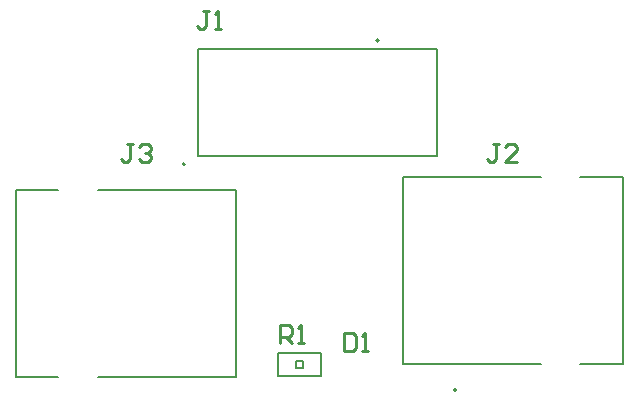
<source format=gto>
G04*
G04 #@! TF.GenerationSoftware,Altium Limited,Altium Designer,20.0.13 (296)*
G04*
G04 Layer_Color=65535*
%FSLAX44Y44*%
%MOMM*%
G71*
G01*
G75*
%ADD10C,0.2000*%
%ADD11C,0.1270*%
%ADD12C,0.1500*%
%ADD13C,0.2540*%
D10*
X119750Y197850D02*
G03*
X119750Y197850I-1000J0D01*
G01*
X349500Y6734D02*
G03*
X349500Y6734I-1000J0D01*
G01*
X283900Y302700D02*
G03*
X283900Y302700I-1000J0D01*
G01*
D11*
X45950Y175750D02*
X162750D01*
Y17750D02*
Y175750D01*
X45950Y17750D02*
X162750D01*
X-23250D02*
Y175750D01*
X12550D01*
X-23250Y17750D02*
X12550D01*
X304500Y28834D02*
X421300D01*
X304500D02*
Y186834D01*
X421300D01*
X490500Y28834D02*
Y186834D01*
X454700Y28834D02*
X490500D01*
X454700Y186834D02*
X490500D01*
X130600Y204700D02*
X333600D01*
Y295700D01*
X130600D02*
X333600D01*
X130600Y204700D02*
Y295700D01*
D12*
X198750Y18250D02*
X234750D01*
X198750D02*
Y38250D01*
X234750Y18250D02*
Y38250D01*
X198750D02*
X234750D01*
X214000Y31000D02*
X219500D01*
X214000Y25250D02*
Y31000D01*
Y25250D02*
X219500D01*
Y31000D01*
D13*
X76211Y215368D02*
X71132D01*
X73672D01*
Y202672D01*
X71132Y200133D01*
X68593D01*
X66054Y202672D01*
X81289Y212828D02*
X83828Y215368D01*
X88907D01*
X91446Y212828D01*
Y210289D01*
X88907Y207750D01*
X86368D01*
X88907D01*
X91446Y205211D01*
Y202672D01*
X88907Y200133D01*
X83828D01*
X81289Y202672D01*
X385461Y215368D02*
X380382D01*
X382922D01*
Y202672D01*
X380382Y200133D01*
X377843D01*
X375304Y202672D01*
X400696Y200133D02*
X390539D01*
X400696Y210289D01*
Y212828D01*
X398157Y215368D01*
X393078D01*
X390539Y212828D01*
X140525Y327493D02*
X135446D01*
X137985D01*
Y314797D01*
X135446Y312258D01*
X132907D01*
X130368Y314797D01*
X145603Y312258D02*
X150681D01*
X148142D01*
Y327493D01*
X145603Y324954D01*
X254582Y54875D02*
Y39640D01*
X262199D01*
X264739Y42179D01*
Y52336D01*
X262199Y54875D01*
X254582D01*
X269817Y39640D02*
X274895D01*
X272356D01*
Y54875D01*
X269817Y52336D01*
X200424Y46546D02*
Y61781D01*
X208041D01*
X210581Y59242D01*
Y54163D01*
X208041Y51624D01*
X200424D01*
X205502D02*
X210581Y46546D01*
X215659D02*
X220737D01*
X218198D01*
Y61781D01*
X215659Y59242D01*
M02*

</source>
